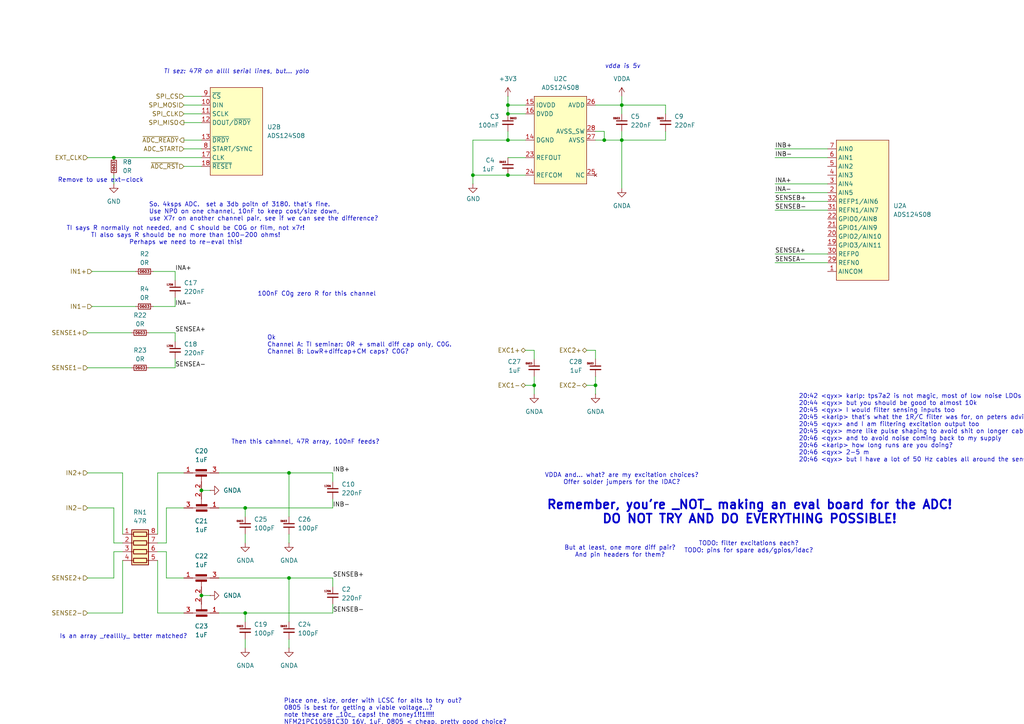
<source format=kicad_sch>
(kicad_sch (version 20250114) (generator "eeschema") (generator_version "9.0")
  (paper "A4")
  (lib_symbols
    (symbol "Device:C_Feedthrough" (pin_names (offset 0.254) (hide yes))
      (property "Reference" "C" (at 0 7.62 0))
      (property "Value" "C_Feedthrough" (at 0 5.715 0))
      (symbol "C_Feedthrough_0_1"
        (polyline (pts (xy -2.54 2.54) (xy 2.54 2.54)))
        (rectangle (start -1.651 1.524) (end 1.524 2.032) (fill (type outline)))
        (polyline (pts (xy 0 0) (xy 0 1.778)))
        (rectangle (start 1.524 3.048) (end -1.651 3.556) (fill (type outline)))
      )
      (symbol "C_Feedthrough_1_1"
        (pin passive line (at -5.08 2.54 0) (length 2.54) (name "1") (number "1"))
        (pin passive line (at 0 -2.54 90) (length 2.54) (name "2") (number "2"))
        (pin passive line (at 5.08 2.54 180) (length 2.54) (name "3") (number "3"))
      )
    )
    (symbol "Device:R_Pack04" (pin_names (offset 0) (hide yes))
      (property "Reference" "RN" (at -7.62 0 90))
      (property "Value" "R_Pack04" (at 5.08 0 90))
      (symbol "R_Pack04_0_1"
        (rectangle (start -6.35 -2.413) (end 3.81 2.413) (stroke (width 0.254)) (fill (type background)))
        (rectangle (start -5.715 1.905) (end -4.445 -1.905) (stroke (width 0.254)))
        (polyline (pts (xy -5.08 1.905) (xy -5.08 2.54)))
        (polyline (pts (xy -5.08 -2.54) (xy -5.08 -1.905)))
        (rectangle (start -3.175 1.905) (end -1.905 -1.905) (stroke (width 0.254)))
        (polyline (pts (xy -2.54 1.905) (xy -2.54 2.54)))
        (polyline (pts (xy -2.54 -2.54) (xy -2.54 -1.905)))
        (rectangle (start -0.635 1.905) (end 0.635 -1.905) (stroke (width 0.254)))
        (polyline (pts (xy 0 1.905) (xy 0 2.54)))
        (polyline (pts (xy 0 -2.54) (xy 0 -1.905)))
        (rectangle (start 1.905 1.905) (end 3.175 -1.905) (stroke (width 0.254)))
        (polyline (pts (xy 2.54 1.905) (xy 2.54 2.54)))
        (polyline (pts (xy 2.54 -2.54) (xy 2.54 -1.905)))
      )
      (symbol "R_Pack04_1_1"
        (pin passive line (at -5.08 5.08 270) (length 2.54) (name "R1.2") (number "8"))
        (pin passive line (at -5.08 -5.08 90) (length 2.54) (name "R1.1") (number "1"))
        (pin passive line (at -2.54 5.08 270) (length 2.54) (name "R2.2") (number "7"))
        (pin passive line (at -2.54 -5.08 90) (length 2.54) (name "R2.1") (number "2"))
        (pin passive line (at 0 5.08 270) (length 2.54) (name "R3.2") (number "6"))
        (pin passive line (at 0 -5.08 90) (length 2.54) (name "R3.1") (number "3"))
        (pin passive line (at 2.54 5.08 270) (length 2.54) (name "R4.2") (number "5"))
        (pin passive line (at 2.54 -5.08 90) (length 2.54) (name "R4.1") (number "4"))
      )
    )
    (symbol "karl-atomic-basic:ADS124S08IPBSR"
      (property "Reference" "U" (at -7.112 19.304 0))
      (property "Value" "ADS124S08" (at -0.508 -14.478 0))
      (symbol "ADS124S08IPBSR_1_1"
        (rectangle (start -7.62 17.78) (end 7.62 -22.86) (fill (type background)))
        (pin input line (at -10.16 15.24 0) (length 2.54) (name "AIN0") (number "7"))
        (pin input line (at -10.16 12.7 0) (length 2.54) (name "AIN1") (number "6"))
        (pin input line (at -10.16 10.16 0) (length 2.54) (name "AIN2") (number "5"))
        (pin input line (at -10.16 7.62 0) (length 2.54) (name "AIN3") (number "4"))
        (pin input line (at -10.16 5.08 0) (length 2.54) (name "AIN4") (number "3"))
        (pin input line (at -10.16 2.54 0) (length 2.54) (name "AIN5") (number "2"))
        (pin input line (at -10.16 0 0) (length 2.54) (name "REFP1/AIN6") (number "32"))
        (pin input line (at -10.16 -2.54 0) (length 2.54) (name "REFN1/AIN7") (number "31"))
        (pin bidirectional line (at -10.16 -5.08 0) (length 2.54) (name "GPIO0/AIN8") (number "22"))
        (pin bidirectional line (at -10.16 -7.62 0) (length 2.54) (name "GPIO1/AIN9") (number "21"))
        (pin bidirectional line (at -10.16 -10.16 0) (length 2.54) (name "GPIO2/AIN10") (number "20"))
        (pin bidirectional line (at -10.16 -12.7 0) (length 2.54) (name "GPIO3/AIN11") (number "19"))
        (pin input line (at -10.16 -15.24 0) (length 2.54) (name "REFP0") (number "30"))
        (pin input line (at -10.16 -17.78 0) (length 2.54) (name "REFN0") (number "29"))
        (pin input line (at -10.16 -20.32 0) (length 2.54) (name "AINCOM") (number "1"))
      )
      (symbol "ADS124S08IPBSR_2_1"
        (rectangle (start -7.62 12.7) (end 7.62 -12.7) (fill (type background)))
        (pin input line (at -10.16 10.16 0) (length 2.54) (name "~{CS}") (number "9"))
        (pin input line (at -10.16 7.62 0) (length 2.54) (name "DIN") (number "10"))
        (pin input line (at -10.16 5.08 0) (length 2.54) (name "SCLK") (number "11"))
        (pin output line (at -10.16 2.54 0) (length 2.54) (name "DOUT/~{DRDY}") (number "12"))
        (pin output line (at -10.16 -2.54 0) (length 2.54) (name "~{DRDY}") (number "13"))
        (pin input line (at -10.16 -5.08 0) (length 2.54) (name "START/SYNC") (number "8"))
        (pin input line (at -10.16 -7.62 0) (length 2.54) (name "CLK") (number "17"))
        (pin input line (at -10.16 -10.16 0) (length 2.54) (name "~{RESET}") (number "18"))
      )
      (symbol "ADS124S08IPBSR_3_1"
        (rectangle (start -7.62 12.7) (end 7.62 -12.7) (fill (type background)))
        (pin passive line (at -10.16 10.16 0) (length 2.54) (name "IOVDD") (number "15"))
        (pin passive line (at -10.16 7.62 0) (length 2.54) (name "DVDD") (number "16"))
        (pin passive line (at -10.16 0 0) (length 2.54) (name "DGND") (number "14"))
        (pin power_out line (at -10.16 -5.08 0) (length 2.54) (name "REFOUT") (number "23"))
        (pin power_in line (at -10.16 -10.16 0) (length 2.54) (name "REFCOM") (number "24"))
        (pin power_in line (at 10.16 10.16 180) (length 2.54) (name "AVDD") (number "26"))
        (pin power_in line (at 10.16 2.54 180) (length 2.54) (name "AVSS_SW") (number "28"))
        (pin power_in line (at 10.16 0 180) (length 2.54) (name "AVSS") (number "27"))
        (pin no_connect line (at 10.16 -10.16 180) (length 2.54) (name "NC") (number "25"))
      )
    )
    (symbol "karl-atomic-basic:KC0603_100nF" (pin_numbers (hide yes)) (pin_names (offset 0.254) (hide yes))
      (property "Reference" "C" (at 0.254 1.778 0))
      (property "Value" "100nF" (at 0.254 -2.032 0))
      (symbol "KC0603_100nF_0_1"
        (polyline (pts (xy -1.524 0.508) (xy 1.524 0.508)) (stroke (width 0.3048)))
        (polyline (pts (xy -1.524 -0.508) (xy 1.524 -0.508)) (stroke (width 0.3302)))
      )
      (symbol "KC0603_100nF_1_1"
        (text "0603" (at -1.524 1.27 0) (effects (font (size 0.508 0.508))))
        (pin passive line (at 0 2.54 270) (length 2.032) (name "~") (number "1"))
        (pin passive line (at 0 -2.54 90) (length 2.032) (name "~") (number "2"))
      )
    )
    (symbol "karl-atomic-basic:KC0603_100pF" (pin_numbers (hide yes)) (pin_names (offset 0.254) (hide yes))
      (property "Reference" "C" (at 0.254 1.778 0))
      (property "Value" "100pF" (at 0.254 -2.032 0))
      (symbol "KC0603_100pF_0_1"
        (polyline (pts (xy -1.524 0.508) (xy 1.524 0.508)) (stroke (width 0.3048)))
        (polyline (pts (xy -1.524 -0.508) (xy 1.524 -0.508)) (stroke (width 0.3302)))
      )
      (symbol "KC0603_100pF_1_1"
        (text "0603" (at -1.524 1.27 0) (effects (font (size 0.508 0.508))))
        (pin passive line (at 0 2.54 270) (length 2.032) (name "~") (number "1"))
        (pin passive line (at 0 -2.54 90) (length 2.032) (name "~") (number "2"))
      )
    )
    (symbol "karl-atomic-basic:KC0603_1uF" (pin_numbers (hide yes)) (pin_names (offset 0.254) (hide yes))
      (property "Reference" "C" (at 0.254 1.778 0))
      (property "Value" "1uF" (at 0.254 -2.032 0))
      (symbol "KC0603_1uF_0_1"
        (polyline (pts (xy -1.524 0.508) (xy 1.524 0.508)) (stroke (width 0.3048)))
        (polyline (pts (xy -1.524 -0.508) (xy 1.524 -0.508)) (stroke (width 0.3302)))
      )
      (symbol "KC0603_1uF_1_1"
        (text "0603" (at -1.524 1.27 0) (effects (font (size 0.508 0.508))))
        (pin passive line (at 0 2.54 270) (length 2.032) (name "~") (number "1"))
        (pin passive line (at 0 -2.54 90) (length 2.032) (name "~") (number "2"))
      )
    )
    (symbol "karl-atomic-basic:KC0603_220nF" (pin_numbers (hide yes)) (pin_names (offset 0.254) (hide yes))
      (property "Reference" "C" (at 0.254 1.778 0))
      (property "Value" "220nF" (at 0.254 -2.032 0))
      (symbol "KC0603_220nF_0_1"
        (polyline (pts (xy -1.524 0.508) (xy 1.524 0.508)) (stroke (width 0.3048)))
        (polyline (pts (xy -1.524 -0.508) (xy 1.524 -0.508)) (stroke (width 0.3302)))
      )
      (symbol "KC0603_220nF_1_1"
        (text "0603" (at -1.524 1.27 0) (effects (font (size 0.508 0.508))))
        (pin passive line (at 0 2.54 270) (length 2.032) (name "~") (number "1"))
        (pin passive line (at 0 -2.54 90) (length 2.032) (name "~") (number "2"))
      )
    )
    (symbol "karl-atomic-basic:KC1206_220nF_C0G" (pin_numbers (hide yes)) (pin_names (offset 0.254) (hide yes))
      (property "Reference" "C" (at 0.254 1.778 0))
      (property "Value" "220nF" (at 0.254 -2.032 0))
      (symbol "KC1206_220nF_C0G_0_1"
        (polyline (pts (xy -1.524 0.508) (xy 1.524 0.508)) (stroke (width 0.3048)))
        (polyline (pts (xy -1.524 -0.508) (xy 1.524 -0.508)) (stroke (width 0.3302)))
      )
      (symbol "KC1206_220nF_C0G_1_1"
        (text "1206" (at -1.524 1.27 0) (effects (font (size 0.508 0.508))))
        (pin passive line (at 0 2.54 270) (length 2.032) (name "~") (number "1"))
        (pin passive line (at 0 -2.54 90) (length 2.032) (name "~") (number "2"))
      )
    )
    (symbol "karl-atomic-basic:KR0603_0R" (pin_numbers (hide yes)) (pin_names (offset 0.254) (hide yes))
      (property "Reference" "R" (at 0.762 0.508 0))
      (property "Value" "0R" (at 0.762 -1.016 0))
      (symbol "KR0603_0R_0_1"
        (rectangle (start -0.762 1.778) (end 0.762 -1.778) (stroke (width 0.2032)))
      )
      (symbol "KR0603_0R_1_1"
        (text "0603" (at 0 0 900) (effects (font (size 0.762 0.762))))
        (pin passive line (at 0 2.54 270) (length 0.762) (name "~") (number "1"))
        (pin passive line (at 0 -2.54 90) (length 0.762) (name "~") (number "2"))
      )
    )
    (symbol "power:+3V3" (power) (pin_numbers (hide yes)) (pin_names (offset 0) (hide yes))
      (property "Value" "+3V3" (at 0 3.556 0))
      (symbol "+3V3_0_1"
        (polyline (pts (xy -0.762 1.27) (xy 0 2.54)))
        (polyline (pts (xy 0 2.54) (xy 0.762 1.27)))
        (polyline (pts (xy 0 0) (xy 0 2.54)))
      )
      (symbol "+3V3_1_1"
        (pin power_in line (at 0 0 90) (length 0) (name "~") (number "1"))
      )
    )
    (symbol "power:GND" (power) (pin_numbers (hide yes)) (pin_names (offset 0) (hide yes))
      (property "Value" "GND" (at 0 -3.81 0))
      (symbol "GND_0_1"
        (polyline (pts (xy 0 0) (xy 0 -1.27) (xy 1.27 -1.27) (xy 0 -2.54) (xy -1.27 -1.27) (xy 0 -1.27)))
      )
      (symbol "GND_1_1"
        (pin power_in line (at 0 0 270) (length 0) (name "~") (number "1"))
      )
    )
    (symbol "power:GNDA" (power) (pin_numbers (hide yes)) (pin_names (offset 0) (hide yes))
      (property "Value" "GNDA" (at 0 -3.81 0))
      (symbol "GNDA_0_1"
        (polyline (pts (xy 0 0) (xy 0 -1.27) (xy 1.27 -1.27) (xy 0 -2.54) (xy -1.27 -1.27) (xy 0 -1.27)))
      )
      (symbol "GNDA_1_1"
        (pin power_in line (at 0 0 270) (length 0) (name "~") (number "1"))
      )
    )
    (symbol "power:VDDA" (power) (pin_numbers (hide yes)) (pin_names (offset 0) (hide yes))
      (property "Value" "VDDA" (at 0 3.556 0))
      (symbol "VDDA_0_1"
        (polyline (pts (xy -0.762 1.27) (xy 0 2.54)))
        (polyline (pts (xy 0 2.54) (xy 0.762 1.27)))
        (polyline (pts (xy 0 0) (xy 0 2.54)))
      )
      (symbol "VDDA_1_1"
        (pin power_in line (at 0 0 90) (length 0) (name "~") (number "1"))
      )
    )
  )
  (text "so.. ads124s08 has ext ref input impedance of 250kR\nads1262 has ext ref input impedance of 50_MR_\nBut... we're getting the ref back from sense lines with like 350ohms? so... no big deal?" (at -37.846 214.122 0) (effects (font (size 1.27 1.27)) (justify left)))
  (text "Remove to use ext-clock" (at 29.21 52.324 0) (effects (font (size 1.27 1.27))))
  (text "So. 4ksps ADC.  set a 3db poitn of 3180. that's fine.\nUse NP0 on one channel, 10nF to keep cost/size down,\nuse X7r on another channel pair, see if we can see the difference?" (at 43.18 61.468 0) (effects (font (size 1.27 1.27)) (justify left)))
  (text "TODO: filter excitations each?\nTODO: pins for spare ads/gpios/idac?" (at 217.17 158.75 0) (effects (font (size 1.27 1.27))))
  (text "Place one, size, order with LCSC for alts to try out?\n0805 is best for getting a viable voltage...?\nnote these are _10c_ caps! the money1!!1!!!!\nNFM21PC105B1C3D 16V, 1uF, 0805 < cheap, pretty good choice?\nYFF21PC1C474MT000N 16V 470nF, 0805\nNFM21PC104R1E3D 25V 100nF 0805\nNFM21CC223R1H3D 50V 22nF, 0805\n\n\nNFM18HC105C1C3D 16V, 1uF, 0603 size\nNFM18PC104R1C3D 16V 100nF, 0603\nNFM18CC223R1C3D 16V 22nF, 0603\n\n" (at 82.296 215.646 0) (effects (font (size 1.27 1.27)) (justify left)))
  (text "Is an array _realllly_ better matched?" (at 35.814 184.658 0) (effects (font (size 1.27 1.27))))
  (text "VDDA and... what? are my excitation choices?\nOffer solder jumpers for the IDAC?" (at 180.34 138.938 0) (effects (font (size 1.27 1.27))))
  (text "100nF C0g zero R for this channel\n" (at 74.676 85.344 0) (effects (font (size 1.27 1.27)) (justify left)))
  (text "TI sez: 47R on allll serial lines, but... yolo" (at 68.58 20.828 0) (effects (font (size 1.27 1.27) (italic yes))))
  (text "Remember, you're _NOT_ making an eval board for the ADC!\nDO NOT TRY AND DO EVERYTHING POSSIBLE!" (at 217.424 148.59 0) (effects (font (size 2.54 2.54) (thickness 0.508) (bold yes))))
  (text "TI says R normally not needed, and C should be C0G or film, not x7r!\nTI also says R should be no more than 100-200 ohms!\nPerhaps we need to re-eval this!" (at 53.848 68.326 0) (effects (font (size 1.27 1.27))))
  (text "20:42 <qyx> karlp: tps7a2 is not magic, most of low noise LDOs can't filter out higher frequencies and you have to do it on your own\n20:44 <qyx> but you should be good to almost 10k\n20:45 <qyx> I would filter sensing inputs too\n20:45 <karlp> that's what the 1R/C filter was for, on peters advice\n20:45 <qyx> and I am filtering excitation output too\n20:45 <qyx> more like pulse shaping to avoid shit on longer cables\n20:46 <qyx> and to avoid noise coming back to my supply\n20:46 <karlp> how long runs are you doing?\n20:46 <qyx> 2-5 m\n20:46 <qyx> but I have a lot of 50 Hz cables all around the sensors\n" (at 231.648 124.206 0) (effects (font (size 1.27 1.27)) (justify left)))
  (text "Ok\nChannel A: TI seminar: 0R + small diff cap only, C0G.\nChannel B: LowR+diffcap+CM caps? C0G?\n" (at 77.47 100.076 0) (effects (font (size 1.27 1.27)) (justify left)))
  (text "But at least, one more diff pair?\nAnd pin headers for them?" (at 179.832 160.02 0) (effects (font (size 1.27 1.27))))
  (text "Then this cahnnel, 47R array, 100nF feeds?" (at 67.056 128.27 0) (effects (font (size 1.27 1.27)) (justify left)))
  (text "vdda is 5v\n" (at 180.594 19.304 0) (effects (font (size 1.27 1.27) (italic yes))))
  (junction (at 147.32 33.02))
  (junction (at 180.34 30.48))
  (junction (at 71.12 177.8))
  (junction (at 180.34 40.64))
  (junction (at 147.32 30.48))
  (junction (at 58.42 142.24))
  (junction (at 175.26 40.64))
  (junction (at 154.94 111.76))
  (junction (at 33.02 45.72))
  (junction (at 58.42 172.72))
  (junction (at 137.16 50.8))
  (junction (at 83.82 137.16))
  (junction (at 71.12 147.32))
  (junction (at 147.32 50.8))
  (junction (at 83.82 167.64))
  (junction (at 172.72 111.76))
  (junction (at 147.32 40.64))
  (wire (pts (xy 53.34 30.48) (xy 58.42 30.48)))
  (wire (pts (xy 50.8 104.14) (xy 50.8 106.68)))
  (wire (pts (xy 43.18 96.52) (xy 50.8 96.52)))
  (wire (pts (xy 172.72 104.14) (xy 172.72 101.6)))
  (wire (pts (xy 43.18 106.68) (xy 50.8 106.68)))
  (wire (pts (xy 175.26 40.64) (xy 180.34 40.64)))
  (wire (pts (xy 50.8 96.52) (xy 50.8 99.06)))
  (wire (pts (xy 172.72 101.6) (xy 170.18 101.6)))
  (wire (pts (xy 96.52 167.64) (xy 96.52 170.18)))
  (wire (pts (xy 193.04 30.48) (xy 193.04 33.02)))
  (wire (pts (xy 35.56 137.16) (xy 35.56 154.94)))
  (wire (pts (xy 63.5 167.64) (xy 83.82 167.64)))
  (wire (pts (xy 63.5 147.32) (xy 71.12 147.32)))
  (wire (pts (xy 137.16 53.34) (xy 137.16 50.8)))
  (wire (pts (xy 180.34 38.1) (xy 180.34 40.64)))
  (wire (pts (xy 35.56 157.48) (xy 33.02 157.48)))
  (wire (pts (xy 152.4 101.6) (xy 154.94 101.6)))
  (wire (pts (xy 147.32 40.64) (xy 137.16 40.64)))
  (wire (pts (xy 147.32 27.94) (xy 147.32 30.48)))
  (wire (pts (xy 53.34 40.64) (xy 58.42 40.64)))
  (wire (pts (xy 48.26 167.64) (xy 48.26 160.02)))
  (wire (pts (xy 96.52 175.26) (xy 96.52 177.8)))
  (wire (pts (xy 147.32 45.72) (xy 152.4 45.72)))
  (wire (pts (xy 172.72 111.76) (xy 172.72 114.3)))
  (wire (pts (xy 193.04 40.64) (xy 180.34 40.64)))
  (wire (pts (xy 71.12 185.42) (xy 71.12 187.96)))
  (wire (pts (xy 83.82 137.16) (xy 96.52 137.16)))
  (wire (pts (xy 71.12 177.8) (xy 71.12 180.34)))
  (wire (pts (xy 53.34 137.16) (xy 45.72 137.16)))
  (wire (pts (xy 180.34 30.48) (xy 180.34 27.94)))
  (wire (pts (xy 48.26 147.32) (xy 53.34 147.32)))
  (wire (pts (xy 53.34 177.8) (xy 45.72 177.8)))
  (wire (pts (xy 224.79 45.72) (xy 240.03 45.72)))
  (wire (pts (xy 83.82 167.64) (xy 96.52 167.64)))
  (wire (pts (xy 147.32 33.02) (xy 147.32 30.48)))
  (wire (pts (xy 25.4 137.16) (xy 35.56 137.16)))
  (wire (pts (xy 50.8 78.74) (xy 50.8 81.28)))
  (wire (pts (xy 58.42 142.24) (xy 60.96 142.24)))
  (wire (pts (xy 45.72 162.56) (xy 45.72 177.8)))
  (wire (pts (xy 53.34 27.94) (xy 58.42 27.94)))
  (wire (pts (xy 224.79 58.42) (xy 240.03 58.42)))
  (wire (pts (xy 25.4 167.64) (xy 33.02 167.64)))
  (wire (pts (xy 71.12 147.32) (xy 96.52 147.32)))
  (wire (pts (xy 26.67 88.9) (xy 39.37 88.9)))
  (wire (pts (xy 58.42 172.72) (xy 60.96 172.72)))
  (wire (pts (xy 224.79 55.88) (xy 240.03 55.88)))
  (wire (pts (xy 33.02 167.64) (xy 33.02 160.02)))
  (wire (pts (xy 48.26 157.48) (xy 48.26 147.32)))
  (wire (pts (xy 224.79 60.96) (xy 240.03 60.96)))
  (wire (pts (xy 137.16 50.8) (xy 147.32 50.8)))
  (wire (pts (xy 172.72 40.64) (xy 175.26 40.64)))
  (wire (pts (xy 44.45 78.74) (xy 50.8 78.74)))
  (wire (pts (xy 152.4 40.64) (xy 147.32 40.64)))
  (wire (pts (xy 96.52 137.16) (xy 96.52 139.7)))
  (wire (pts (xy 96.52 144.78) (xy 96.52 147.32)))
  (wire (pts (xy 152.4 111.76) (xy 154.94 111.76)))
  (wire (pts (xy 63.5 137.16) (xy 83.82 137.16)))
  (wire (pts (xy 53.34 167.64) (xy 48.26 167.64)))
  (wire (pts (xy 224.79 76.2) (xy 240.03 76.2)))
  (wire (pts (xy 172.72 30.48) (xy 180.34 30.48)))
  (wire (pts (xy 63.5 177.8) (xy 71.12 177.8)))
  (wire (pts (xy 35.56 177.8) (xy 25.4 177.8)))
  (wire (pts (xy 25.4 96.52) (xy 38.1 96.52)))
  (wire (pts (xy 172.72 109.22) (xy 172.72 111.76)))
  (wire (pts (xy 224.79 73.66) (xy 240.03 73.66)))
  (wire (pts (xy 170.18 111.76) (xy 172.72 111.76)))
  (wire (pts (xy 53.34 48.26) (xy 58.42 48.26)))
  (wire (pts (xy 175.26 38.1) (xy 175.26 40.64)))
  (wire (pts (xy 154.94 109.22) (xy 154.94 111.76)))
  (wire (pts (xy 147.32 50.8) (xy 152.4 50.8)))
  (wire (pts (xy 147.32 30.48) (xy 152.4 30.48)))
  (wire (pts (xy 154.94 101.6) (xy 154.94 104.14)))
  (wire (pts (xy 180.34 30.48) (xy 193.04 30.48)))
  (wire (pts (xy 147.32 40.64) (xy 147.32 38.1)))
  (wire (pts (xy 83.82 154.94) (xy 83.82 157.48)))
  (wire (pts (xy 154.94 111.76) (xy 154.94 114.3)))
  (wire (pts (xy 83.82 137.16) (xy 83.82 149.86)))
  (wire (pts (xy 33.02 50.8) (xy 33.02 53.34)))
  (wire (pts (xy 152.4 33.02) (xy 147.32 33.02)))
  (wire (pts (xy 26.67 78.74) (xy 39.37 78.74)))
  (wire (pts (xy 53.34 33.02) (xy 58.42 33.02)))
  (wire (pts (xy 50.8 86.36) (xy 50.8 88.9)))
  (wire (pts (xy 224.79 43.18) (xy 240.03 43.18)))
  (wire (pts (xy 53.34 35.56) (xy 58.42 35.56)))
  (wire (pts (xy 45.72 157.48) (xy 48.26 157.48)))
  (wire (pts (xy 25.4 106.68) (xy 38.1 106.68)))
  (wire (pts (xy 33.02 45.72) (xy 58.42 45.72)))
  (wire (pts (xy 137.16 40.64) (xy 137.16 50.8)))
  (wire (pts (xy 71.12 177.8) (xy 96.52 177.8)))
  (wire (pts (xy 44.45 88.9) (xy 50.8 88.9)))
  (wire (pts (xy 71.12 154.94) (xy 71.12 157.48)))
  (wire (pts (xy 45.72 137.16) (xy 45.72 154.94)))
  (wire (pts (xy 71.12 147.32) (xy 71.12 149.86)))
  (wire (pts (xy 53.34 43.18) (xy 58.42 43.18)))
  (wire (pts (xy 193.04 38.1) (xy 193.04 40.64)))
  (wire (pts (xy 172.72 38.1) (xy 175.26 38.1)))
  (wire (pts (xy 83.82 167.64) (xy 83.82 180.34)))
  (wire (pts (xy 180.34 30.48) (xy 180.34 33.02)))
  (wire (pts (xy 25.4 45.72) (xy 33.02 45.72)))
  (wire (pts (xy 33.02 157.48) (xy 33.02 147.32)))
  (wire (pts (xy 33.02 147.32) (xy 25.4 147.32)))
  (wire (pts (xy 33.02 160.02) (xy 35.56 160.02)))
  (wire (pts (xy 83.82 185.42) (xy 83.82 187.96)))
  (wire (pts (xy 224.79 53.34) (xy 240.03 53.34)))
  (wire (pts (xy 180.34 40.64) (xy 180.34 54.61)))
  (wire (pts (xy 45.72 160.02) (xy 48.26 160.02)))
  (wire (pts (xy 35.56 162.56) (xy 35.56 177.8)))
  (label "SENSEB-" (at 224.79 60.96 0))
  (label "SENSEA-" (at 50.8 106.68 0))
  (label "SENSEB+" (at 96.52 167.64 0))
  (label "SENSEA-" (at 224.79 76.2 0))
  (label "SENSEB-" (at 96.52 177.8 0))
  (label "SENSEA+" (at 50.8 96.52 0))
  (label "INB-" (at 224.79 45.72 0))
  (label "INA+" (at 50.8 78.74 0))
  (label "INA-" (at 224.79 55.88 0))
  (label "SENSEA+" (at 224.79 73.66 0))
  (label "INB+" (at 96.52 137.16 0))
  (label "INA-" (at 50.8 88.9 0))
  (label "INA+" (at 224.79 53.34 0))
  (label "INB+" (at 224.79 43.18 0))
  (label "SENSEB+" (at 224.79 58.42 0))
  (label "INB-" (at 96.52 147.32 0))
  (hierarchical_label "IN2-" (shape input) (at 25.4 147.32 180))
  (hierarchical_label "EXT_CLK" (shape input) (at 25.4 45.72 180))
  (hierarchical_label "SPI_MISO" (shape output) (at 53.34 35.56 180))
  (hierarchical_label "SENSE1-" (shape input) (at 25.4 106.68 180))
  (hierarchical_label "SPI_CLK" (shape input) (at 53.34 33.02 180))
  (hierarchical_label "IN1-" (shape input) (at 26.67 88.9 180))
  (hierarchical_label "SENSE1+" (shape input) (at 25.4 96.52 180))
  (hierarchical_label "SENSE2+" (shape input) (at 25.4 167.64 180))
  (hierarchical_label "IN2+" (shape input) (at 25.4 137.16 180))
  (hierarchical_label "SPI_MOSI" (shape input) (at 53.34 30.48 180))
  (hierarchical_label "ADC_START" (shape input) (at 53.34 43.18 180))
  (hierarchical_label "EXC2-" (shape bidirectional) (at 170.18 111.76 180))
  (hierarchical_label "SENSE2-" (shape input) (at 25.4 177.8 180))
  (hierarchical_label "IN1+" (shape input) (at 26.67 78.74 180))
  (hierarchical_label "EXC2+" (shape bidirectional) (at 170.18 101.6 180))
  (hierarchical_label "EXC1-" (shape bidirectional) (at 152.4 111.76 180))
  (hierarchical_label "~{ADC_RST}" (shape input) (at 53.34 48.26 180))
  (hierarchical_label "~{ADC_READY}" (shape output) (at 53.34 40.64 180))
  (hierarchical_label "SPI_CS" (shape input) (at 53.34 27.94 180))
  (hierarchical_label "EXC1+" (shape bidirectional) (at 152.4 101.6 180))
  (symbol (lib_id "karl-atomic-basic:KR0603_0R") (at 41.91 78.74 90) (unit 1)
    (property "Reference" "R2" (at 41.91 73.66 90))
    (property "Value" "0R" (at 41.91 76.2 90))
    (property "Footprint" "Resistor_SMD:R_0603_1608Metric" (effects (hide yes)))
    (property "Description" "Resistor, 0603" (effects (hide yes)))
    (property "LCSC Part #" "C21189" (effects (hide yes)))
    (property "MPN" "0603WAF0000T5E" (effects (hide yes)))
    (property "jlcbasic" "basic" (effects (hide yes)))
  )
  (symbol (lib_id "power:GNDA") (at 71.12 157.48 0) (unit 1)
    (property "Reference" "#PWR025" (effects (hide yes)))
    (property "Value" "GNDA" (at 71.12 162.56 0))
    (property "Description" "Power symbol creates a global label with name \"GNDA\" , analog ground" (effects (hide yes)))
  )
  (symbol (lib_id "karl-atomic-basic:KC0603_100nF") (at 147.32 35.56 0) (mirror y) (unit 1)
    (property "Reference" "C3" (at 144.78 33.7871 0) (effects (justify left)))
    (property "Value" "100nF" (at 144.78 36.3271 0) (effects (justify left)))
    (property "Footprint" "Capacitor_SMD:C_0603_1608Metric" (effects (hide yes)))
    (property "Description" "50V, X7R" (effects (hide yes)))
    (property "MPN" "CC0603KRX7R9BB104" (effects (hide yes)))
    (property "LCSC Part #" "C14663" (effects (hide yes)))
    (property "jlcbasic" "basic" (effects (hide yes)))
  )
  (symbol (lib_id "power:GNDA") (at 71.12 187.96 0) (unit 1)
    (property "Reference" "#PWR022" (effects (hide yes)))
    (property "Value" "GNDA" (at 71.12 193.04 0))
    (property "Description" "Power symbol creates a global label with name \"GNDA\" , analog ground" (effects (hide yes)))
  )
  (symbol (lib_id "power:GND") (at 137.16 53.34 0) (unit 1)
    (property "Reference" "#PWR08" (effects (hide yes)))
    (property "Value" "GND" (at 137.2743 57.6644 0))
    (property "Description" "Power symbol creates a global label with name \"GND\" , ground" (effects (hide yes)))
  )
  (symbol (lib_id "power:GND") (at 33.02 53.34 0) (unit 1)
    (property "Reference" "#PWR07" (effects (hide yes)))
    (property "Value" "GND" (at 33.02 58.42 0))
    (property "Description" "Power symbol creates a global label with name \"GND\" , ground" (effects (hide yes)))
  )
  (symbol (lib_id "karl-atomic-basic:KC0603_1uF") (at 172.72 106.68 0) (unit 1)
    (property "Reference" "C28" (at 168.91 104.9071 0) (effects (justify right)))
    (property "Value" "1uF" (at 168.91 107.4471 0) (effects (justify right)))
    (property "Footprint" "Capacitor_SMD:C_0603_1608Metric" (effects (hide yes)))
    (property "Description" "50V, X5R" (effects (hide yes)))
    (property "MPN" "CL10A105KB8NNNC" (effects (hide yes)))
    (property "LCSC Part #" "C15849" (effects (hide yes)))
    (property "jlcbasic" "basic" (effects (hide yes)))
  )
  (symbol (lib_id "karl-atomic-basic:KC0603_220nF") (at 193.04 35.56 0) (unit 1)
    (property "Reference" "C9" (at 195.58 33.7871 0) (effects (justify left)))
    (property "Value" "220nF" (at 195.58 36.3271 0) (effects (justify left)))
    (property "Footprint" "Capacitor_SMD:C_0603_1608Metric" (effects (hide yes)))
    (property "Description" "25V, X7R" (effects (hide yes)))
    (property "MPN" "CL10B224KA8NNNC" (effects (hide yes)))
    (property "LCSC Part #" "C21120" (effects (hide yes)))
    (property "jlcbasic" "basic" (effects (hide yes)))
  )
  (symbol (lib_id "power:GNDA") (at 154.94 114.3 0) (unit 1)
    (property "Reference" "#PWR027" (effects (hide yes)))
    (property "Value" "GNDA" (at 154.94 119.38 0))
    (property "Description" "Power symbol creates a global label with name \"GNDA\" , analog ground" (effects (hide yes)))
  )
  (symbol (lib_id "power:GNDA") (at 60.96 142.24 90) (unit 1)
    (property "Reference" "#PWR018" (effects (hide yes)))
    (property "Value" "GNDA" (at 64.77 142.2399 90) (effects (justify right)))
    (property "Description" "Power symbol creates a global label with name \"GNDA\" , analog ground" (effects (hide yes)))
  )
  (symbol (lib_id "power:GNDA") (at 83.82 157.48 0) (unit 1)
    (property "Reference" "#PWR026" (effects (hide yes)))
    (property "Value" "GNDA" (at 83.82 162.56 0))
    (property "Description" "Power symbol creates a global label with name \"GNDA\" , analog ground" (effects (hide yes)))
  )
  (symbol (lib_id "Device:C_Feedthrough") (at 58.42 175.26 180) (unit 1)
    (property "Reference" "C23" (at 58.42 181.61 0))
    (property "Value" "1uF" (at 58.42 184.15 0))
    (property "Description" "Feedthrough capacitor" (effects (hide yes)))
    (property "LCSC Part #" "C92518" (effects (hide yes)))
    (property "MPN" "NFM21PC105B1C3D" (effects (hide yes)))
  )
  (symbol (lib_id "karl-atomic-basic:KC1206_220nF_C0G") (at 50.8 83.82 0) (unit 1)
    (property "Reference" "C17" (at 53.34 82.0471 0) (effects (justify left)))
    (property "Value" "220nF" (at 53.34 84.5871 0) (effects (justify left)))
    (property "Footprint" "Capacitor_SMD:C_1206_3216Metric" (effects (hide yes)))
    (property "Description" "50V, C0G" (effects (hide yes)))
    (property "MPN" "GRM31C5C1H224JE02L" (effects (hide yes)))
    (property "LCSC Part #" "C464977" (effects (hide yes)))
  )
  (symbol (lib_id "power:+3V3") (at 147.32 27.94 0) (unit 1)
    (property "Reference" "#PWR017" (effects (hide yes)))
    (property "Value" "+3V3" (at 147.32 22.86 0))
    (property "Description" "Power symbol creates a global label with name \"+3V3\"" (effects (hide yes)))
  )
  (symbol (lib_id "karl-atomic-basic:KC0603_100pF") (at 71.12 152.4 0) (unit 1)
    (property "Reference" "C25" (at 73.66 150.6271 0) (effects (justify left)))
    (property "Value" "100pF" (at 73.66 153.1671 0) (effects (justify left)))
    (property "Footprint" "Capacitor_SMD:C_0603_1608Metric" (effects (hide yes)))
    (property "Description" "50V, C0G" (effects (hide yes)))
    (property "MPN" "CL10C101JB8NNNC" (effects (hide yes)))
    (property "LCSC Part #" "C14858" (effects (hide yes)))
    (property "jlcbasic" "basic" (effects (hide yes)))
  )
  (symbol (lib_id "karl-atomic-basic:KR0603_0R") (at 40.64 96.52 90) (unit 1)
    (property "Reference" "R22" (at 40.64 91.44 90))
    (property "Value" "0R" (at 40.64 93.98 90))
    (property "Footprint" "Resistor_SMD:R_0603_1608Metric" (effects (hide yes)))
    (property "Description" "Resistor, 0603" (effects (hide yes)))
    (property "LCSC Part #" "C21189" (effects (hide yes)))
    (property "MPN" "0603WAF0000T5E" (effects (hide yes)))
    (property "jlcbasic" "basic" (effects (hide yes)))
  )
  (symbol (lib_id "karl-atomic-basic:KC0603_100pF") (at 71.12 182.88 0) (unit 1)
    (property "Reference" "C19" (at 73.66 181.1071 0) (effects (justify left)))
    (property "Value" "100pF" (at 73.66 183.6471 0) (effects (justify left)))
    (property "Footprint" "Capacitor_SMD:C_0603_1608Metric" (effects (hide yes)))
    (property "Description" "50V, C0G" (effects (hide yes)))
    (property "MPN" "CL10C101JB8NNNC" (effects (hide yes)))
    (property "LCSC Part #" "C14858" (effects (hide yes)))
    (property "jlcbasic" "basic" (effects (hide yes)))
  )
  (symbol (lib_id "power:GNDA") (at 172.72 114.3 0) (unit 1)
    (property "Reference" "#PWR028" (effects (hide yes)))
    (property "Value" "GNDA" (at 172.72 119.38 0))
    (property "Description" "Power symbol creates a global label with name \"GNDA\" , analog ground" (effects (hide yes)))
  )
  (symbol (lib_id "karl-atomic-basic:KR0603_0R") (at 33.02 48.26 180) (unit 1)
    (property "Reference" "R8" (at 35.56 46.9899 0) (effects (justify right)))
    (property "Value" "0R" (at 35.56 49.5299 0) (effects (justify right)))
    (property "Footprint" "Resistor_SMD:R_0603_1608Metric" (effects (hide yes)))
    (property "Description" "Resistor, 0603" (effects (hide yes)))
    (property "LCSC Part #" "C21189" (effects (hide yes)))
    (property "MPN" "0603WAF0000T5E" (effects (hide yes)))
    (property "jlcbasic" "basic" (effects (hide yes)))
  )
  (symbol (lib_id "karl-atomic-basic:ADS124S08IPBSR") (at 162.56 40.64 0) (unit 3)
    (property "Reference" "U2" (at 162.56 22.86 0))
    (property "Value" "ADS124S08" (at 162.56 25.4 0))
    (property "Footprint" "Package_QFP:TQFP-32_5x5mm_P0.5mm" (effects (hide yes)))
    (property "Datasheet" "https://www.ti.com/lit/gpn/ADS124S08" (effects (hide yes)))
    (property "Description" "24bit adc sigma delta 4ksps tqfp32" (effects (hide yes)))
    (property "LCSC Part #" "C2870171" (effects (hide yes)))
    (property "MPN" "ADS124S08IPBSR" (effects (hide yes)))
  )
  (symbol (lib_id "karl-atomic-basic:ADS124S08IPBSR") (at 250.19 58.42 0) (unit 1)
    (property "Reference" "U2" (at 259.08 59.6899 0) (effects (justify left)))
    (property "Value" "ADS124S08" (at 259.08 62.2299 0) (effects (justify left)))
    (property "Footprint" "Package_QFP:TQFP-32_5x5mm_P0.5mm" (effects (hide yes)))
    (property "Datasheet" "https://www.ti.com/lit/gpn/ADS124S08" (effects (hide yes)))
    (property "Description" "24bit adc sigma delta 4ksps tqfp32" (effects (hide yes)))
    (property "LCSC Part #" "C2870171" (effects (hide yes)))
    (property "MPN" "ADS124S08IPBSR" (effects (hide yes)))
  )
  (symbol (lib_id "karl-atomic-basic:ADS124S08IPBSR") (at 68.58 38.1 0) (unit 2)
    (property "Reference" "U2" (at 77.47 36.8299 0) (effects (justify left)))
    (property "Value" "ADS124S08" (at 77.47 39.3699 0) (effects (justify left)))
    (property "Footprint" "Package_QFP:TQFP-32_5x5mm_P0.5mm" (effects (hide yes)))
    (property "Datasheet" "https://www.ti.com/lit/gpn/ADS124S08" (effects (hide yes)))
    (property "Description" "24bit adc sigma delta 4ksps tqfp32" (effects (hide yes)))
    (property "LCSC Part #" "C2870171" (effects (hide yes)))
    (property "MPN" "ADS124S08IPBSR" (effects (hide yes)))
  )
  (symbol (lib_id "Device:R_Pack04") (at 40.64 160.02 270) (unit 1)
    (property "Reference" "RN1" (at 40.64 148.59 90))
    (property "Value" "47R" (at 40.64 151.13 90))
    (property "Footprint" "Resistor_SMD:R_Array_Convex_4x0603" (effects (hide yes)))
    (property "Description" "4 resistor network, parallel topology" (effects (hide yes)))
    (property "MPN" "4D03WGF470JT5E" (effects (hide yes)))
    (property "LCSC Part #" "C425204" (effects (hide yes)))
  )
  (symbol (lib_id "Device:C_Feedthrough") (at 58.42 139.7 0) (unit 1)
    (property "Reference" "C20" (at 58.42 130.81 0))
    (property "Value" "1uF" (at 58.42 133.35 0))
    (property "Description" "Feedthrough capacitor" (effects (hide yes)))
    (property "LCSC Part #" "C92518" (effects (hide yes)))
    (property "MPN" "NFM21PC105B1C3D" (effects (hide yes)))
  )
  (symbol (lib_id "power:GNDA") (at 83.82 187.96 0) (unit 1)
    (property "Reference" "#PWR024" (effects (hide yes)))
    (property "Value" "GNDA" (at 83.82 193.04 0))
    (property "Description" "Power symbol creates a global label with name \"GNDA\" , analog ground" (effects (hide yes)))
  )
  (symbol (lib_id "karl-atomic-basic:KC1206_220nF_C0G") (at 96.52 142.24 0) (unit 1)
    (property "Reference" "C10" (at 99.06 140.4671 0) (effects (justify left)))
    (property "Value" "220nF" (at 99.06 143.0071 0) (effects (justify left)))
    (property "Footprint" "Capacitor_SMD:C_1206_3216Metric" (effects (hide yes)))
    (property "Description" "50V, C0G" (effects (hide yes)))
    (property "MPN" "GRM31C5C1H224JE02L" (effects (hide yes)))
    (property "LCSC Part #" "C464977" (effects (hide yes)))
  )
  (symbol (lib_id "karl-atomic-basic:KR0603_0R") (at 40.64 106.68 90) (unit 1)
    (property "Reference" "R23" (at 40.64 101.6 90))
    (property "Value" "0R" (at 40.64 104.14 90))
    (property "Footprint" "Resistor_SMD:R_0603_1608Metric" (effects (hide yes)))
    (property "Description" "Resistor, 0603" (effects (hide yes)))
    (property "LCSC Part #" "C21189" (effects (hide yes)))
    (property "MPN" "0603WAF0000T5E" (effects (hide yes)))
    (property "jlcbasic" "basic" (effects (hide yes)))
  )
  (symbol (lib_id "power:GNDA") (at 180.34 54.61 0) (unit 1)
    (property "Reference" "#PWR010" (effects (hide yes)))
    (property "Value" "GNDA" (at 180.34 59.69 0))
    (property "Description" "Power symbol creates a global label with name \"GNDA\" , analog ground" (effects (hide yes)))
  )
  (symbol (lib_id "karl-atomic-basic:KC0603_100pF") (at 83.82 152.4 0) (unit 1)
    (property "Reference" "C26" (at 86.36 150.6271 0) (effects (justify left)))
    (property "Value" "100pF" (at 86.36 153.1671 0) (effects (justify left)))
    (property "Footprint" "Capacitor_SMD:C_0603_1608Metric" (effects (hide yes)))
    (property "Description" "50V, C0G" (effects (hide yes)))
    (property "MPN" "CL10C101JB8NNNC" (effects (hide yes)))
    (property "LCSC Part #" "C14858" (effects (hide yes)))
    (property "jlcbasic" "basic" (effects (hide yes)))
  )
  (symbol (lib_id "power:GNDA") (at 60.96 172.72 90) (unit 1)
    (property "Reference" "#PWR023" (effects (hide yes)))
    (property "Value" "GNDA" (at 64.77 172.7199 90) (effects (justify right)))
    (property "Description" "Power symbol creates a global label with name \"GNDA\" , analog ground" (effects (hide yes)))
  )
  (symbol (lib_id "karl-atomic-basic:KC0603_100pF") (at 83.82 182.88 0) (unit 1)
    (property "Reference" "C24" (at 86.36 181.1071 0) (effects (justify left)))
    (property "Value" "100pF" (at 86.36 183.6471 0) (effects (justify left)))
    (property "Footprint" "Capacitor_SMD:C_0603_1608Metric" (effects (hide yes)))
    (property "Description" "50V, C0G" (effects (hide yes)))
    (property "MPN" "CL10C101JB8NNNC" (effects (hide yes)))
    (property "LCSC Part #" "C14858" (effects (hide yes)))
    (property "jlcbasic" "basic" (effects (hide yes)))
  )
  (symbol (lib_id "karl-atomic-basic:KC0603_1uF") (at 147.32 48.26 0) (unit 1)
    (property "Reference" "C4" (at 143.51 46.4871 0) (effects (justify right)))
    (property "Value" "1uF" (at 143.51 49.0271 0) (effects (justify right)))
    (property "Footprint" "Capacitor_SMD:C_0603_1608Metric" (effects (hide yes)))
    (property "Description" "50V, X5R" (effects (hide yes)))
    (property "MPN" "CL10A105KB8NNNC" (effects (hide yes)))
    (property "LCSC Part #" "C15849" (effects (hide yes)))
    (property "jlcbasic" "basic" (effects (hide yes)))
  )
  (symbol (lib_id "Device:C_Feedthrough") (at 58.42 170.18 0) (unit 1)
    (property "Reference" "C22" (at 58.42 161.29 0))
    (property "Value" "1uF" (at 58.42 163.83 0))
    (property "Description" "Feedthrough capacitor" (effects (hide yes)))
    (property "LCSC Part #" "C92518" (effects (hide yes)))
    (property "MPN" "NFM21PC105B1C3D" (effects (hide yes)))
  )
  (symbol (lib_id "Device:C_Feedthrough") (at 58.42 144.78 180) (unit 1)
    (property "Reference" "C21" (at 58.42 151.13 0))
    (property "Value" "1uF" (at 58.42 153.67 0))
    (property "Description" "Feedthrough capacitor" (effects (hide yes)))
    (property "LCSC Part #" "C92518" (effects (hide yes)))
    (property "MPN" "NFM21PC105B1C3D" (effects (hide yes)))
  )
  (symbol (lib_id "karl-atomic-basic:KC1206_220nF_C0G") (at 50.8 101.6 0) (unit 1)
    (property "Reference" "C18" (at 53.34 99.8271 0) (effects (justify left)))
    (property "Value" "220nF" (at 53.34 102.3671 0) (effects (justify left)))
    (property "Footprint" "Capacitor_SMD:C_1206_3216Metric" (effects (hide yes)))
    (property "Description" "50V, C0G" (effects (hide yes)))
    (property "MPN" "GRM31C5C1H224JE02L" (effects (hide yes)))
    (property "LCSC Part #" "C464977" (effects (hide yes)))
  )
  (symbol (lib_id "karl-atomic-basic:KC0603_1uF") (at 154.94 106.68 0) (unit 1)
    (property "Reference" "C27" (at 151.13 104.9071 0) (effects (justify right)))
    (property "Value" "1uF" (at 151.13 107.4471 0) (effects (justify right)))
    (property "Footprint" "Capacitor_SMD:C_0603_1608Metric" (effects (hide yes)))
    (property "Description" "50V, X5R" (effects (hide yes)))
    (property "MPN" "CL10A105KB8NNNC" (effects (hide yes)))
    (property "LCSC Part #" "C15849" (effects (hide yes)))
    (property "jlcbasic" "basic" (effects (hide yes)))
  )
  (symbol (lib_id "karl-atomic-basic:KC0603_220nF") (at 180.34 35.56 0) (unit 1)
    (property "Reference" "C5" (at 182.88 33.7871 0) (effects (justify left)))
    (property "Value" "220nF" (at 182.88 36.3271 0) (effects (justify left)))
    (property "Footprint" "Capacitor_SMD:C_0603_1608Metric" (effects (hide yes)))
    (property "Description" "25V, X7R" (effects (hide yes)))
    (property "MPN" "CL10B224KA8NNNC" (effects (hide yes)))
    (property "LCSC Part #" "C21120" (effects (hide yes)))
    (property "jlcbasic" "basic" (effects (hide yes)))
  )
  (symbol (lib_id "karl-atomic-basic:KC1206_220nF_C0G") (at 96.52 172.72 0) (unit 1)
    (property "Reference" "C2" (at 99.06 170.9471 0) (effects (justify left)))
    (property "Value" "220nF" (at 99.06 173.4871 0) (effects (justify left)))
    (property "Footprint" "Capacitor_SMD:C_1206_3216Metric" (effects (hide yes)))
    (property "Description" "50V, C0G" (effects (hide yes)))
    (property "MPN" "GRM31C5C1H224JE02L" (effects (hide yes)))
    (property "LCSC Part #" "C464977" (effects (hide yes)))
  )
  (symbol (lib_id "karl-atomic-basic:KR0603_0R") (at 41.91 88.9 90) (unit 1)
    (property "Reference" "R4" (at 41.91 83.82 90))
    (property "Value" "0R" (at 41.91 86.36 90))
    (property "Footprint" "Resistor_SMD:R_0603_1608Metric" (effects (hide yes)))
    (property "Description" "Resistor, 0603" (effects (hide yes)))
    (property "LCSC Part #" "C21189" (effects (hide yes)))
    (property "MPN" "0603WAF0000T5E" (effects (hide yes)))
    (property "jlcbasic" "basic" (effects (hide yes)))
  )
  (symbol (lib_id "power:VDDA") (at 180.34 27.94 0) (unit 1)
    (property "Reference" "#PWR015" (effects (hide yes)))
    (property "Value" "VDDA" (at 180.34 22.86 0))
    (property "Description" "Power symbol creates a global label with name \"VDDA\"" (effects (hide yes)))
  )
)
</source>
